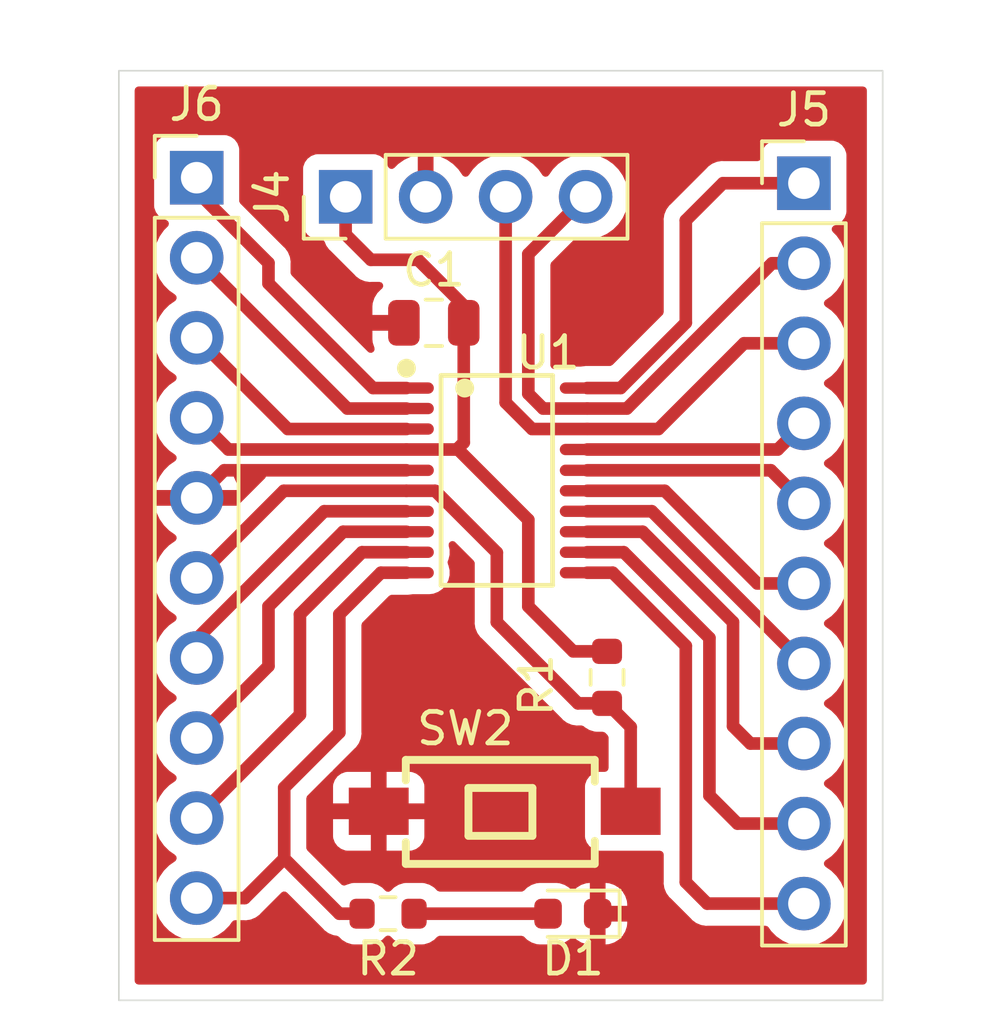
<source format=kicad_pcb>
(kicad_pcb (version 20221018) (generator pcbnew)
  (layers (0 "F.Cu" signal) (31 "B.Cu" signal) (34 "B.Paste" user) (35 "F.Paste" user) (36 "B.SilkS" user "B.Silkscreen") (37 "F.SilkS" user "F.Silkscreen") (38 "B.Mask" user) (39 "F.Mask" user) (44 "Edge.Cuts" user))
  (net 0 "")
  (net 1 "GND")
  (net 2 "+3V3")
  (net 3 "/PA3")
  (net 4 "/SWDIO")
  (net 5 "/SWCLK")
  (net 6 "/PA0")
  (net 7 "/PA1")
  (net 8 "/PA2")
  (net 9 "/PA4")
  (net 10 "/PA5")
  (net 11 "/PA6")
  (net 12 "/PA7")
  (net 13 "/PA8")
  (net 14 "/PA9")
  (net 15 "/PA10")
  (net 16 "/PB7{slash}8")
  (net 17 "/PB9")
  (net 18 "/PC15")
  (net 19 "/PB3-6")
  (net 20 "Net-(D1-A)")
  (net 21 "/NRST")
  (footprint "Resistor_SMD:R_0603_1608Metric" (layer "F.Cu") (at 185.75 88.25 -90)
    (fp_text reference "R1" (at 0.25 2.25 90) (layer "F.SilkS"))
    (fp_text value "10K")
    (fp_line (start -0.237258 -0.5225) (end 0.237258 -0.5225) (stroke (width 0.12)) (layer "F.SilkS"))
    (fp_line (start -0.237258 0.5225) (end 0.237258 0.5225) (stroke (width 0.12)) (layer "F.SilkS"))
    (pad "1" smd roundrect (at -0.825 0 270) (size 0.8 0.95) (layers "F.Cu" "F.Paste" "F.Mask") (net 2 "+3V3"))
    (pad "2" smd roundrect (at 0.825 0 270) (size 0.8 0.95) (layers "F.Cu" "F.Paste" "F.Mask") (net 21 "/NRST"))
  )
  (footprint "Capacitor_SMD:C_0805_2012Metric" (layer "F.Cu") (at 180.25 77)
    (fp_text reference "C1" (at 0 -1.68) (layer "F.SilkS"))
    (fp_text value "100nF")
    (fp_line (start -0.261252 -0.735) (end 0.261252 -0.735) (stroke (width 0.12)) (layer "F.SilkS"))
    (fp_line (start -0.261252 0.735) (end 0.261252 0.735) (stroke (width 0.12)) (layer "F.SilkS"))
    (pad "1" smd roundrect (at -0.95 0) (size 1 1.45) (layers "F.Cu" "F.Paste" "F.Mask") (net 1 "GND"))
    (pad "2" smd roundrect (at 0.95 0) (size 1 1.45) (layers "F.Cu" "F.Paste" "F.Mask") (net 2 "+3V3"))
  )
  (footprint "Connector_PinHeader_2.54mm:PinHeader_1x10_P2.54mm_Vertical" (layer "F.Cu") (at 192 72.57)
    (fp_text reference "J5" (at 0 -2.33) (layer "F.SilkS"))
    (fp_text value "Conn_01x10_Pin")
    (fp_line (start -1.33 -1.33) (end 0 -1.33) (stroke (width 0.12)) (layer "F.SilkS"))
    (fp_line (start -1.33 0) (end -1.33 -1.33) (stroke (width 0.12)) (layer "F.SilkS"))
    (fp_line (start -1.33 1.27) (end -1.33 24.19) (stroke (width 0.12)) (layer "F.SilkS"))
    (fp_line (start -1.33 1.27) (end 1.33 1.27) (stroke (width 0.12)) (layer "F.SilkS"))
    (fp_line (start -1.33 24.19) (end 1.33 24.19) (stroke (width 0.12)) (layer "F.SilkS"))
    (fp_line (start 1.33 1.27) (end 1.33 24.19) (stroke (width 0.12)) (layer "F.SilkS"))
    (pad "1" thru_hole rect (at 0 0) (size 1.7 1.7) (drill 1) (layers "*.Cu" "*.Mask") (net 19 "/PB3-6"))
    (pad "2" thru_hole oval (at 0 2.54) (size 1.7 1.7) (drill 1) (layers "*.Cu" "*.Mask") (net 5 "/SWCLK"))
    (pad "3" thru_hole oval (at 0 5.08) (size 1.7 1.7) (drill 1) (layers "*.Cu" "*.Mask") (net 4 "/SWDIO"))
    (pad "4" thru_hole oval (at 0 7.62) (size 1.7 1.7) (drill 1) (layers "*.Cu" "*.Mask") (net 15 "/PA10"))
    (pad "5" thru_hole oval (at 0 10.16) (size 1.7 1.7) (drill 1) (layers "*.Cu" "*.Mask") (net 14 "/PA9"))
    (pad "6" thru_hole oval (at 0 12.7) (size 1.7 1.7) (drill 1) (layers "*.Cu" "*.Mask") (net 13 "/PA8"))
    (pad "7" thru_hole oval (at 0 15.24) (size 1.7 1.7) (drill 1) (layers "*.Cu" "*.Mask") (net 12 "/PA7"))
    (pad "8" thru_hole oval (at 0 17.78) (size 1.7 1.7) (drill 1) (layers "*.Cu" "*.Mask") (net 11 "/PA6"))
    (pad "9" thru_hole oval (at 0 20.32) (size 1.7 1.7) (drill 1) (layers "*.Cu" "*.Mask") (net 10 "/PA5"))
    (pad "10" thru_hole oval (at 0 22.86) (size 1.7 1.7) (drill 1) (layers "*.Cu" "*.Mask") (net 9 "/PA4"))
  )
  (footprint "Connector_PinHeader_2.54mm:PinHeader_1x04_P2.54mm_Vertical" (layer "F.Cu") (at 177.45 73 90)
    (fp_text reference "J4" (at 0 -2.33 90) (layer "F.SilkS"))
    (fp_text value "Conn_01x04_Pin")
    (fp_line (start -1.33 -1.33) (end 0 -1.33) (stroke (width 0.12)) (layer "F.SilkS"))
    (fp_line (start -1.33 0) (end -1.33 -1.33) (stroke (width 0.12)) (layer "F.SilkS"))
    (fp_line (start -1.33 1.27) (end -1.33 8.95) (stroke (width 0.12)) (layer "F.SilkS"))
    (fp_line (start -1.33 1.27) (end 1.33 1.27) (stroke (width 0.12)) (layer "F.SilkS"))
    (fp_line (start -1.33 8.95) (end 1.33 8.95) (stroke (width 0.12)) (layer "F.SilkS"))
    (fp_line (start 1.33 1.27) (end 1.33 8.95) (stroke (width 0.12)) (layer "F.SilkS"))
    (pad "1" thru_hole rect (at 0 0 90) (size 1.7 1.7) (drill 1) (layers "*.Cu" "*.Mask") (net 2 "+3V3"))
    (pad "2" thru_hole oval (at 0 2.54 90) (size 1.7 1.7) (drill 1) (layers "*.Cu" "*.Mask") (net 1 "GND"))
    (pad "3" thru_hole oval (at 0 5.08 90) (size 1.7 1.7) (drill 1) (layers "*.Cu" "*.Mask") (net 4 "/SWDIO"))
    (pad "4" thru_hole oval (at 0 7.62 90) (size 1.7 1.7) (drill 1) (layers "*.Cu" "*.Mask") (net 5 "/SWCLK"))
  )
  (footprint "Connector_PinHeader_2.54mm:PinHeader_1x10_P2.54mm_Vertical" (layer "F.Cu") (at 172.72 72.395)
    (fp_text reference "J6" (at 0 -2.33) (layer "F.SilkS"))
    (fp_text value "Conn_01x10_Pin")
    (fp_line (start -1.33 -1.33) (end 0 -1.33) (stroke (width 0.12)) (layer "F.SilkS"))
    (fp_line (start -1.33 0) (end -1.33 -1.33) (stroke (width 0.12)) (layer "F.SilkS"))
    (fp_line (start -1.33 1.27) (end -1.33 24.19) (stroke (width 0.12)) (layer "F.SilkS"))
    (fp_line (start -1.33 1.27) (end 1.33 1.27) (stroke (width 0.12)) (layer "F.SilkS"))
    (fp_line (start -1.33 24.19) (end 1.33 24.19) (stroke (width 0.12)) (layer "F.SilkS"))
    (fp_line (start 1.33 1.27) (end 1.33 24.19) (stroke (width 0.12)) (layer "F.SilkS"))
    (pad "1" thru_hole rect (at 0 0) (size 1.7 1.7) (drill 1) (layers "*.Cu" "*.Mask") (net 16 "/PB7{slash}8"))
    (pad "2" thru_hole oval (at 0 2.54) (size 1.7 1.7) (drill 1) (layers "*.Cu" "*.Mask") (net 17 "/PB9"))
    (pad "3" thru_hole oval (at 0 5.08) (size 1.7 1.7) (drill 1) (layers "*.Cu" "*.Mask") (net 18 "/PC15"))
    (pad "4" thru_hole oval (at 0 7.62) (size 1.7 1.7) (drill 1) (layers "*.Cu" "*.Mask") (net 2 "+3V3"))
    (pad "5" thru_hole oval (at 0 10.16) (size 1.7 1.7) (drill 1) (layers "*.Cu" "*.Mask") (net 1 "GND"))
    (pad "6" thru_hole oval (at 0 12.7) (size 1.7 1.7) (drill 1) (layers "*.Cu" "*.Mask") (net 21 "/NRST"))
    (pad "7" thru_hole oval (at 0 15.24) (size 1.7 1.7) (drill 1) (layers "*.Cu" "*.Mask") (net 6 "/PA0"))
    (pad "8" thru_hole oval (at 0 17.78) (size 1.7 1.7) (drill 1) (layers "*.Cu" "*.Mask") (net 7 "/PA1"))
    (pad "9" thru_hole oval (at 0 20.32) (size 1.7 1.7) (drill 1) (layers "*.Cu" "*.Mask") (net 8 "/PA2"))
    (pad "10" thru_hole oval (at 0 22.86) (size 1.7 1.7) (drill 1) (layers "*.Cu" "*.Mask") (net 3 "/PA3"))
  )
  (footprint "Resistor_SMD:R_0603_1608Metric" (layer "F.Cu") (at 178.7975 95.75 180)
    (fp_text reference "R2" (at 0 -1.43) (layer "F.SilkS"))
    (fp_text value "1K")
    (fp_line (start -0.237258 -0.5225) (end 0.237258 -0.5225) (stroke (width 0.12)) (layer "F.SilkS"))
    (fp_line (start -0.237258 0.5225) (end 0.237258 0.5225) (stroke (width 0.12)) (layer "F.SilkS"))
    (pad "1" smd roundrect (at -0.825 0 180) (size 0.8 0.95) (layers "F.Cu" "F.Paste" "F.Mask") (net 20 "Net-(D1-A)"))
    (pad "2" smd roundrect (at 0.825 0 180) (size 0.8 0.95) (layers "F.Cu" "F.Paste" "F.Mask") (net 3 "/PA3"))
  )
  (footprint "easyeda2kicad:SW-SMD_L6.0-W3.3-LS8.0" (layer "F.Cu") (at 182.5 92.5)
    (fp_text reference "SW2" (at -1.25 -2.625) (layer "F.SilkS"))
    (fp_text value "TS-1101-C-W")
    (fp_line (start -3.14 -1.63) (end -3.14 -0.98) (stroke (width 0.25)) (layer "F.SilkS"))
    (fp_line (start -3.14 -1.63) (end 2.86 -1.63) (stroke (width 0.25)) (layer "F.SilkS"))
    (fp_line (start -3.14 0.98) (end -3.14 1.67) (stroke (width 0.25)) (layer "F.SilkS"))
    (fp_line (start -1.15 -0.74) (end 0.88 -0.74) (stroke (width 0.25)) (layer "F.SilkS"))
    (fp_line (start -1.15 0.78) (end -1.15 -0.74) (stroke (width 0.25)) (layer "F.SilkS"))
    (fp_line (start 0.88 -0.74) (end 0.88 0.78) (stroke (width 0.25)) (layer "F.SilkS"))
    (fp_line (start 0.88 0.78) (end -1.15 0.78) (stroke (width 0.25)) (layer "F.SilkS"))
    (fp_line (start 2.86 -0.94) (end 2.86 -1.63) (stroke (width 0.25)) (layer "F.SilkS"))
    (fp_line (start 2.86 1.67) (end -3.14 1.67) (stroke (width 0.25)) (layer "F.SilkS"))
    (fp_line (start 2.86 1.67) (end 2.86 0.94) (stroke (width 0.25)) (layer "F.SilkS"))
    (pad "1" smd rect (at -4 0) (size 1.9 1.5) (layers "F.Cu" "F.Paste" "F.Mask") (net 1 "GND"))
    (pad "2" smd rect (at 4 0) (size 1.9 1.5) (layers "F.Cu" "F.Paste" "F.Mask") (net 21 "/NRST"))
  )
  (footprint "easyeda2kicad:TSSOP-20_L6.5-W4.4-P0.65-LS6.4-BL" (layer "F.Cu") (at 182.25 82 -90)
    (fp_text reference "U1" (at -4.05 -1.625 -180) (layer "F.SilkS"))
    (fp_text value "STM32G030F6P6")
    (fp_line (start -3.33 -1.77) (end 3.33 -1.77) (stroke (width 0.15)) (layer "F.SilkS"))
    (fp_line (start -3.33 1.77) (end -3.33 -1.77) (stroke (width 0.15)) (layer "F.SilkS"))
    (fp_line (start 3.33 -1.77) (end 3.33 1.77) (stroke (width 0.15)) (layer "F.SilkS"))
    (fp_line (start 3.33 1.77) (end -3.33 1.77) (stroke (width 0.15)) (layer "F.SilkS"))
    (fp_circle (center -3.56 2.87) (end -3.41 2.87) (stroke (width 0.3)) (fill none) (layer "F.SilkS"))
    (fp_circle (center -2.93 1.02) (end -2.78 1.02) (stroke (width 0.3)) (fill none) (layer "F.SilkS"))
    (pad "1" smd oval (at -2.93 2.87 270) (size 0.36 1.74) (layers "F.Cu" "F.Paste" "F.Mask") (net 16 "/PB7{slash}8"))
    (pad "2" smd oval (at -2.28 2.87 270) (size 0.36 1.74) (layers "F.Cu" "F.Paste" "F.Mask") (net 17 "/PB9"))
    (pad "3" smd oval (at -1.63 2.87 270) (size 0.36 1.74) (layers "F.Cu" "F.Paste" "F.Mask") (net 18 "/PC15"))
    (pad "4" smd oval (at -0.98 2.87 270) (size 0.36 1.74) (layers "F.Cu" "F.Paste" "F.Mask") (net 2 "+3V3"))
    (pad "5" smd oval (at -0.32 2.87 270) (size 0.36 1.74) (layers "F.Cu" "F.Paste" "F.Mask") (net 1 "GND"))
    (pad "6" smd oval (at 0.33 2.87 270) (size 0.36 1.74) (layers "F.Cu" "F.Paste" "F.Mask") (net 21 "/NRST"))
    (pad "7" smd oval (at 0.98 2.87 270) (size 0.36 1.74) (layers "F.Cu" "F.Paste" "F.Mask") (net 6 "/PA0"))
    (pad "8" smd oval (at 1.63 2.87 270) (size 0.36 1.74) (layers "F.Cu" "F.Paste" "F.Mask") (net 7 "/PA1"))
    (pad "9" smd oval (at 2.28 2.87 270) (size 0.36 1.74) (layers "F.Cu" "F.Paste" "F.Mask") (net 8 "/PA2"))
    (pad "10" smd oval (at 2.93 2.87 270) (size 0.36 1.74) (layers "F.Cu" "F.Paste" "F.Mask") (net 3 "/PA3"))
    (pad "11" smd oval (at 2.93 -2.87 270) (size 0.36 1.74) (layers "F.Cu" "F.Paste" "F.Mask") (net 9 "/PA4"))
    (pad "12" smd oval (at 2.28 -2.87 270) (size 0.36 1.74) (layers "F.Cu" "F.Paste" "F.Mask") (net 10 "/PA5"))
    (pad "13" smd oval (at 1.63 -2.87 270) (size 0.36 1.74) (layers "F.Cu" "F.Paste" "F.Mask") (net 11 "/PA6"))
    (pad "14" smd oval (at 0.98 -2.87 270) (size 0.36 1.74) (layers "F.Cu" "F.Paste" "F.Mask") (net 12 "/PA7"))
    (pad "15" smd oval (at 0.33 -2.87 270) (size 0.36 1.74) (layers "F.Cu" "F.Paste" "F.Mask") (net 13 "/PA8"))
    (pad "16" smd oval (at -0.32 -2.87 270) (size 0.36 1.74) (layers "F.Cu" "F.Paste" "F.Mask") (net 14 "/PA9"))
    (pad "17" smd oval (at -0.98 -2.87 270) (size 0.36 1.74) (layers "F.Cu" "F.Paste" "F.Mask") (net 15 "/PA10"))
    (pad "18" smd oval (at -1.63 -2.87 270) (size 0.36 1.74) (layers "F.Cu" "F.Paste" "F.Mask") (net 4 "/SWDIO"))
    (pad "19" smd oval (at -2.28 -2.87 270) (size 0.36 1.74) (layers "F.Cu" "F.Paste" "F.Mask") (net 5 "/SWCLK"))
    (pad "20" smd oval (at -2.93 -2.87 270) (size 0.36 1.74) (layers "F.Cu" "F.Paste" "F.Mask") (net 19 "/PB3-6"))
  )
  (footprint "LED_SMD:LED_0603_1608Metric" (layer "F.Cu") (at 184.665 95.75 180)
    (fp_text reference "D1" (at 0 -1.43) (layer "F.SilkS"))
    (fp_text value "LED")
    (fp_line (start -1.485 -0.735) (end -1.485 0.735) (stroke (width 0.12)) (layer "F.SilkS"))
    (fp_line (start -1.485 0.735) (end 0.8 0.735) (stroke (width 0.12)) (layer "F.SilkS"))
    (fp_line (start 0.8 -0.735) (end -1.485 -0.735) (stroke (width 0.12)) (layer "F.SilkS"))
    (pad "1" smd roundrect (at -0.7875 0 180) (size 0.875 0.95) (layers "F.Cu" "F.Paste" "F.Mask") (net 1 "GND"))
    (pad "2" smd roundrect (at 0.7875 0 180) (size 0.875 0.95) (layers "F.Cu" "F.Paste" "F.Mask") (net 20 "Net-(D1-A)"))
  )
  (gr_rect (start 170.25 69) (end 194.5 98.5) (stroke (width 0.05)) (fill none) (layer "Edge.Cuts"))
  (segment (start 172.72 82.555) (end 173.595 81.68) (width 0.4) (layer "F.Cu") (net 1))
  (segment (start 173.595 81.68) (end 179.38 81.68) (width 0.4) (layer "F.Cu") (net 1))
  (segment (start 181 81) (end 180.98 81.02) (width 0.4) (layer "F.Cu") (net 2))
  (segment (start 185.75 87.425) (end 184.675 87.425) (width 0.4) (layer "F.Cu") (net 2))
  (segment (start 180.98 81.02) (end 179.38 81.02) (width 0.4) (layer "F.Cu") (net 2))
  (segment (start 183.25 86) (end 183.25 83.25) (width 0.4) (layer "F.Cu") (net 2))
  (segment (start 177.45 73) (end 177.45 74.2) (width 0.4) (layer "F.Cu") (net 2))
  (segment (start 172.72 80.015) (end 173.725 81.02) (width 0.4) (layer "F.Cu") (net 2))
  (segment (start 184.675 87.425) (end 183.25 86) (width 0.4) (layer "F.Cu") (net 2))
  (segment (start 173.725 81.02) (end 179.38 81.02) (width 0.4) (layer "F.Cu") (net 2))
  (segment (start 181.2 77) (end 181.2 80.8) (width 0.4) (layer "F.Cu") (net 2))
  (segment (start 179.75 75) (end 181.2 76.45) (width 0.4) (layer "F.Cu") (net 2))
  (segment (start 181.2 76.45) (end 181.2 77) (width 0.4) (layer "F.Cu") (net 2))
  (segment (start 183.25 83.25) (end 181 81) (width 0.4) (layer "F.Cu") (net 2))
  (segment (start 181.2 80.8) (end 181 81) (width 0.4) (layer "F.Cu") (net 2))
  (segment (start 177.45 74.2) (end 178.25 75) (width 0.4) (layer "F.Cu") (net 2))
  (segment (start 178.25 75) (end 179.75 75) (width 0.4) (layer "F.Cu") (net 2))
  (segment (start 179.38 84.93) (end 178.57 84.93) (width 0.4) (layer "F.Cu") (net 3))
  (segment (start 175.5 91.75) (end 175.5 94) (width 0.4) (layer "F.Cu") (net 3))
  (segment (start 177.25 86.25) (end 177.25 90) (width 0.4) (layer "F.Cu") (net 3))
  (segment (start 178.57 84.93) (end 177.25 86.25) (width 0.4) (layer "F.Cu") (net 3))
  (segment (start 175.5 94) (end 174.245 95.255) (width 0.4) (layer "F.Cu") (net 3))
  (segment (start 177.25 90) (end 175.5 91.75) (width 0.4) (layer "F.Cu") (net 3))
  (segment (start 174.245 95.255) (end 172.72 95.255) (width 0.4) (layer "F.Cu") (net 3))
  (segment (start 177.9725 95.75) (end 177.25 95.75) (width 0.4) (layer "F.Cu") (net 3))
  (segment (start 177.25 95.75) (end 175.5 94) (width 0.4) (layer "F.Cu") (net 3))
  (segment (start 187.38 80.37) (end 190.1 77.65) (width 0.4) (layer "F.Cu") (net 4))
  (segment (start 190.1 77.65) (end 192 77.65) (width 0.4) (layer "F.Cu") (net 4))
  (segment (start 182.53 73) (end 182.53 79.53) (width 0.4) (layer "F.Cu") (net 4))
  (segment (start 183.37 80.37) (end 185.12 80.37) (width 0.4) (layer "F.Cu") (net 4))
  (segment (start 185.12 80.37) (end 187.38 80.37) (width 0.4) (layer "F.Cu") (net 4))
  (segment (start 182.53 79.53) (end 183.37 80.37) (width 0.4) (layer "F.Cu") (net 4))
  (segment (start 190.988528 75.11) (end 192 75.11) (width 0.4) (layer "F.Cu") (net 5))
  (segment (start 185.12 79.72) (end 186.378528 79.72) (width 0.4) (layer "F.Cu") (net 5))
  (segment (start 183.25 79.25) (end 183.72 79.72) (width 0.4) (layer "F.Cu") (net 5))
  (segment (start 183.25 74.82) (end 183.25 79.25) (width 0.4) (layer "F.Cu") (net 5))
  (segment (start 183.72 79.72) (end 185.12 79.72) (width 0.4) (layer "F.Cu") (net 5))
  (segment (start 185.07 73) (end 183.25 74.82) (width 0.4) (layer "F.Cu") (net 5))
  (segment (start 186.378528 79.72) (end 190.988528 75.11) (width 0.4) (layer "F.Cu") (net 5))
  (segment (start 172.72 87.635) (end 172.72 87.03) (width 0.4) (layer "F.Cu") (net 6))
  (segment (start 172.72 87.03) (end 176.77 82.98) (width 0.4) (layer "F.Cu") (net 6))
  (segment (start 176.77 82.98) (end 179.38 82.98) (width 0.4) (layer "F.Cu") (net 6))
  (segment (start 177.37 83.63) (end 179.38 83.63) (width 0.4) (layer "F.Cu") (net 7))
  (segment (start 172.72 90.175) (end 175 87.895) (width 0.4) (layer "F.Cu") (net 7))
  (segment (start 175 86) (end 177.37 83.63) (width 0.4) (layer "F.Cu") (net 7))
  (segment (start 175 87.895) (end 175 86) (width 0.4) (layer "F.Cu") (net 7))
  (segment (start 172.72 92.715) (end 176 89.435) (width 0.4) (layer "F.Cu") (net 8))
  (segment (start 177.97 84.28) (end 179.38 84.28) (width 0.4) (layer "F.Cu") (net 8))
  (segment (start 176 89.435) (end 176 86.25) (width 0.4) (layer "F.Cu") (net 8))
  (segment (start 176 86.25) (end 177.97 84.28) (width 0.4) (layer "F.Cu") (net 8))
  (segment (start 188.93 95.43) (end 191.5 95.43) (width 0.4) (layer "F.Cu") (net 9))
  (segment (start 188.25 94.75) (end 188.93 95.43) (width 0.4) (layer "F.Cu") (net 9))
  (segment (start 185.12 84.93) (end 185.93 84.93) (width 0.4) (layer "F.Cu") (net 9))
  (segment (start 185.93 84.93) (end 188.25 87.25) (width 0.4) (layer "F.Cu") (net 9))
  (segment (start 188.25 87.25) (end 188.25 94.75) (width 0.4) (layer "F.Cu") (net 9))
  (segment (start 185.12 84.28) (end 186.28 84.28) (width 0.4) (layer "F.Cu") (net 10))
  (segment (start 189.89 92.89) (end 191.5 92.89) (width 0.4) (layer "F.Cu") (net 10))
  (segment (start 189 87) (end 189 92) (width 0.4) (layer "F.Cu") (net 10))
  (segment (start 186.28 84.28) (end 189 87) (width 0.4) (layer "F.Cu") (net 10))
  (segment (start 189 92) (end 189.89 92.89) (width 0.4) (layer "F.Cu") (net 10))
  (segment (start 185.12 83.63) (end 186.88 83.63) (width 0.4) (layer "F.Cu") (net 11))
  (segment (start 186.88 83.63) (end 189.75 86.5) (width 0.4) (layer "F.Cu") (net 11))
  (segment (start 189.75 86.5) (end 189.75 89.8) (width 0.4) (layer "F.Cu") (net 11))
  (segment (start 190.3 90.35) (end 191.5 90.35) (width 0.4) (layer "F.Cu") (net 11))
  (segment (start 189.75 89.8) (end 190.3 90.35) (width 0.4) (layer "F.Cu") (net 11))
  (segment (start 187.17 82.98) (end 192 87.81) (width 0.4) (layer "F.Cu") (net 12))
  (segment (start 185.12 82.98) (end 187.17 82.98) (width 0.4) (layer "F.Cu") (net 12))
  (segment (start 187.58 82.33) (end 190.52 85.27) (width 0.4) (layer "F.Cu") (net 13))
  (segment (start 190.52 85.27) (end 192 85.27) (width 0.4) (layer "F.Cu") (net 13))
  (segment (start 185.12 82.33) (end 187.58 82.33) (width 0.4) (layer "F.Cu") (net 13))
  (segment (start 192 82.73) (end 190.95 81.68) (width 0.4) (layer "F.Cu") (net 14))
  (segment (start 190.95 81.68) (end 185.12 81.68) (width 0.4) (layer "F.Cu") (net 14))
  (segment (start 192 80.19) (end 191.17 81.02) (width 0.4) (layer "F.Cu") (net 15))
  (segment (start 191.17 81.02) (end 185.12 81.02) (width 0.4) (layer "F.Cu") (net 15))
  (segment (start 178.32 79.07) (end 179.38 79.07) (width 0.4) (layer "F.Cu") (net 16))
  (segment (start 172.72 72.821166) (end 175 75.101166) (width 0.4) (layer "F.Cu") (net 16))
  (segment (start 175 75.75) (end 178.32 79.07) (width 0.4) (layer "F.Cu") (net 16))
  (segment (start 175 75.101166) (end 175 75.75) (width 0.4) (layer "F.Cu") (net 16))
  (segment (start 172.72 72.395) (end 172.72 72.821166) (width 0.4) (layer "F.Cu") (net 16))
  (segment (start 172.72 74.935) (end 177.505 79.72) (width 0.4) (layer "F.Cu") (net 17))
  (segment (start 177.505 79.72) (end 179.38 79.72) (width 0.4) (layer "F.Cu") (net 17))
  (segment (start 172.72 77.475) (end 175.615 80.37) (width 0.4) (layer "F.Cu") (net 18))
  (segment (start 175.615 80.37) (end 179.38 80.37) (width 0.4) (layer "F.Cu") (net 18))
  (segment (start 185.12 79.07) (end 186.18 79.07) (width 0.4) (layer "F.Cu") (net 19))
  (segment (start 188.25 73.75) (end 189.43 72.57) (width 0.4) (layer "F.Cu") (net 19))
  (segment (start 189.43 72.57) (end 192 72.57) (width 0.4) (layer "F.Cu") (net 19))
  (segment (start 186.18 79.07) (end 188.25 77) (width 0.4) (layer "F.Cu") (net 19))
  (segment (start 188.25 77) (end 188.25 73.75) (width 0.4) (layer "F.Cu") (net 19))
  (segment (start 179.6225 95.75) (end 183.8775 95.75) (width 0.4) (layer "F.Cu") (net 20))
  (segment (start 184.825 89.075) (end 185.75 89.075) (width 0.4) (layer "F.Cu") (net 21))
  (segment (start 179.38 82.33) (end 180.29 82.33) (width 0.4) (layer "F.Cu") (net 21))
  (segment (start 186.5 92.5) (end 186.5 89.825) (width 0.4) (layer "F.Cu") (net 21))
  (segment (start 182.25 86.5) (end 184.825 89.075) (width 0.4) (layer "F.Cu") (net 21))
  (segment (start 180.29 82.33) (end 182.25 84.29) (width 0.4) (layer "F.Cu") (net 21))
  (segment (start 182.25 84.29) (end 182.25 86.5) (width 0.4) (layer "F.Cu") (net 21))
  (segment (start 172.72 85.095) (end 175.485 82.33) (width 0.4) (layer "F.Cu") (net 21))
  (segment (start 186.5 89.825) (end 185.75 89.075) (width 0.4) (layer "F.Cu") (net 21))
  (segment (start 175.485 82.33) (end 179.38 82.33) (width 0.4) (layer "F.Cu") (net 21))
  (zone (net 1) (net_name "GND") (layer "F.Cu") (connect_pads (clearance 0.5)) (min_thickness 0.25) (fill yes (thermal_gap 0.5) (thermal_bridge_width 0.5))
    (polygon (pts (xy 170 68.75) (xy 194.75 68.75) (xy 194.75 99.25) (xy 169.5 99)))
  )
)
</source>
